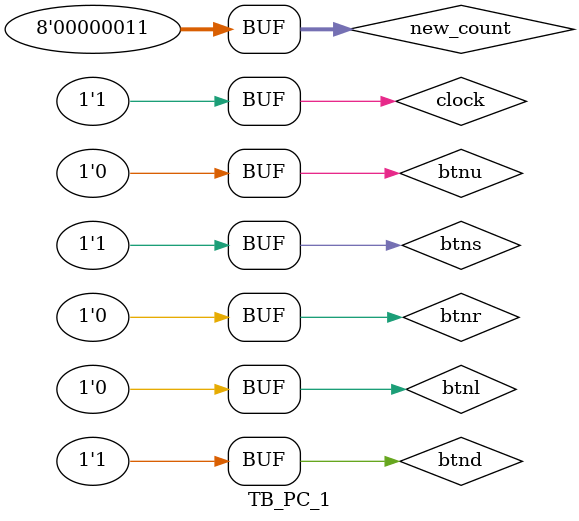
<source format=v>
`timescale 1ns / 1ps


module TB_PC_1;

	// Inputs
	reg clock;
	reg btns;
	reg btnu;
	reg btnd;
	reg btnr;
	reg btnl;
	reg [7:0] new_count;

	// Outputs
	wire a;
	wire b;
	wire c;
	wire d;
	wire e;
	wire f;
	wire g;
	wire dp;
	wire [3:0] an;

	// Instantiate the Unit Under Test (UUT)
	PC_1 uut (
		.clock(clock), 
		.btns(btns), 
		.btnu(btnu), 
		.btnd(btnd), 
		.btnr(btnr), 
		.btnl(btnl), 
		.new_count(new_count), 
		.a(a), 
		.b(b), 
		.c(c), 
		.d(d), 
		.e(e), 
		.f(f), 
		.g(g), 
		.dp(dp), 
		.an(an)
	);

	initial begin
		// Initialize Inputs
		 clock = 0; btns = 0; btnu = 0; btnd = 0; btnr = 0; btnl=0;    
	#50 clock = 1; btns = 0; btnu = 0; btnd = 0; btnr = 0; btnl=0; 
	
	#50 clock = 0; btns = 1; btnu = 0; btnd = 0; btnr = 1; btnl=0; new_count = 7;		
	#50 clock = 1; btns = 1; btnu = 0; btnd = 0; btnr = 1; btnl=0; new_count = 7; 	

	#50 clock = 0; btns = 1; btnu = 0; btnd = 0; btnr = 0; btnl=1; new_count = 5; 		
	#50 clock = 1; btns = 1; btnu = 0; btnd = 0; btnr = 0; btnl=1; new_count = 5;
 	
	#50 clock = 0; btns = 1; btnu = 0; btnd = 0; btnr = 0; btnl=0; new_count = 3; 	
	#50 clock = 1; btns = 1; btnu = 0; btnd = 0; btnr = 0; btnl=0; new_count = 3;
	
	#50 clock = 0; btns = 1; btnu = 1; btnd = 0; btnr = 0; btnl=0; 
	#50 clock = 1; btns = 1; btnu = 1; btnd = 0; btnr = 0; btnl=0;
	
	#50 clock = 0; btns = 1; btnu = 1; btnd = 0; btnr = 0; btnl=0; 
	#50 clock = 1; btns = 1; btnu = 1; btnd = 0; btnr = 0; btnl=0;
	
	#50 clock = 0; btns = 1; btnu = 0; btnd = 1; btnr = 0; btnl=0;
	#50 clock = 1; btns = 1; btnu = 0; btnd = 1; btnr = 0; btnl=0;
	
	#50 clock = 0; btns = 1; btnu = 0; btnd = 1; btnr = 0; btnl=0;
	#50 clock = 1; btns = 1; btnu = 0; btnd = 1; btnr = 0; btnl=0;
	
	end
      
endmodule


</source>
